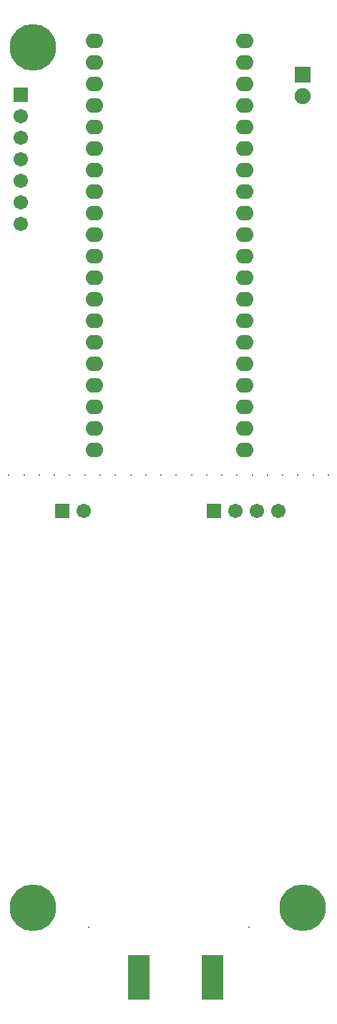
<source format=gbs>
G04*
G04 #@! TF.GenerationSoftware,Altium Limited,Altium Designer,21.9.2 (33)*
G04*
G04 Layer_Color=16711935*
%FSLAX25Y25*%
%MOIN*%
G70*
G04*
G04 #@! TF.SameCoordinates,39B9B14E-A64B-4F8B-B52F-0CE4EF318544*
G04*
G04*
G04 #@! TF.FilePolarity,Negative*
G04*
G01*
G75*
%ADD54R,0.10308X0.20800*%
%ADD76O,0.08300X0.06800*%
%ADD77C,0.02200*%
%ADD78C,0.21666*%
%ADD79C,0.00800*%
%ADD80R,0.06706X0.06706*%
%ADD81C,0.06706*%
%ADD82R,0.06706X0.06706*%
%ADD83C,0.07493*%
%ADD84R,0.07493X0.07493*%
D54*
X356446Y125100D02*
D03*
X390954D02*
D03*
D76*
X335850Y560185D02*
D03*
Y550185D02*
D03*
Y540185D02*
D03*
Y530185D02*
D03*
Y520185D02*
D03*
Y510185D02*
D03*
Y500185D02*
D03*
Y490185D02*
D03*
Y480185D02*
D03*
Y470185D02*
D03*
Y460185D02*
D03*
Y450185D02*
D03*
Y440185D02*
D03*
Y430185D02*
D03*
Y420185D02*
D03*
Y410185D02*
D03*
Y400185D02*
D03*
Y390185D02*
D03*
Y380185D02*
D03*
Y370185D02*
D03*
X405850Y560185D02*
D03*
Y550185D02*
D03*
Y540185D02*
D03*
Y530185D02*
D03*
Y520185D02*
D03*
Y510185D02*
D03*
Y500185D02*
D03*
Y490185D02*
D03*
Y480185D02*
D03*
Y470185D02*
D03*
Y460185D02*
D03*
Y450185D02*
D03*
Y440185D02*
D03*
Y430185D02*
D03*
Y420185D02*
D03*
Y410185D02*
D03*
Y400185D02*
D03*
Y390185D02*
D03*
Y380185D02*
D03*
Y370185D02*
D03*
D77*
X312899Y151667D02*
D03*
X315307Y157480D02*
D03*
X312899Y163293D02*
D03*
X307087Y165701D02*
D03*
D03*
X301274Y163293D02*
D03*
X298866Y157480D02*
D03*
X301274Y151667D02*
D03*
X307087Y149260D02*
D03*
X438884Y151667D02*
D03*
X441292Y157480D02*
D03*
X438884Y163293D02*
D03*
X433071Y165701D02*
D03*
D03*
X427258Y163293D02*
D03*
X424850Y157480D02*
D03*
X427258Y151667D02*
D03*
X433071Y149260D02*
D03*
X312899Y551274D02*
D03*
X315307Y557087D02*
D03*
X312899Y562899D02*
D03*
X307087Y565307D02*
D03*
D03*
X301274Y562899D02*
D03*
X298866Y557087D02*
D03*
X301274Y551274D02*
D03*
X307087Y548866D02*
D03*
D78*
Y157480D02*
D03*
X433071D02*
D03*
X307087Y557087D02*
D03*
D79*
X310236Y358268D02*
D03*
X303150D02*
D03*
X317323D02*
D03*
X324410D02*
D03*
X296063D02*
D03*
X331496D02*
D03*
X338583D02*
D03*
X345669D02*
D03*
X352756D02*
D03*
X359842D02*
D03*
X366929D02*
D03*
X444882D02*
D03*
X437795D02*
D03*
X430709D02*
D03*
X423622D02*
D03*
X416536D02*
D03*
X409449D02*
D03*
X402362D02*
D03*
X395276D02*
D03*
X388189D02*
D03*
X381102D02*
D03*
X374016D02*
D03*
X333270Y148426D02*
D03*
X408070D02*
D03*
D80*
X320866Y341535D02*
D03*
X391575D02*
D03*
D81*
X330866D02*
D03*
X421575D02*
D03*
X411575D02*
D03*
X401575D02*
D03*
X301575Y515039D02*
D03*
Y525039D02*
D03*
Y505039D02*
D03*
Y495039D02*
D03*
Y485039D02*
D03*
Y475039D02*
D03*
D82*
Y535039D02*
D03*
D83*
X433071Y534449D02*
D03*
D84*
Y544449D02*
D03*
M02*

</source>
